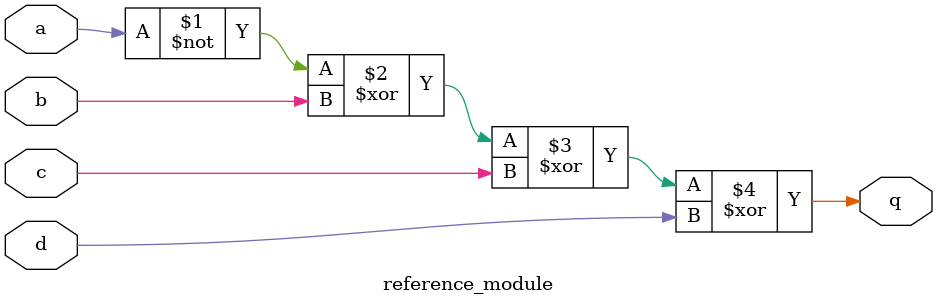
<source format=sv>
module reference_module (
	input a, 
	input b, 
	input c, 
	input d,
	output q
);

	assign q = ~a^b^c^d;
	
endmodule

</source>
